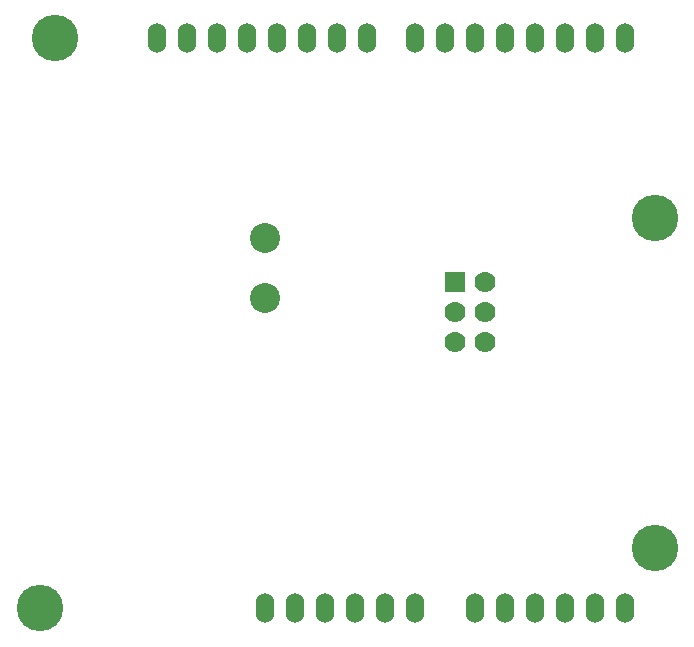
<source format=gbs>
%TF.GenerationSoftware,KiCad,Pcbnew,5.1.9*%
%TF.CreationDate,2021-02-19T12:46:16-05:00*%
%TF.ProjectId,prog_shield,70726f67-5f73-4686-9965-6c642e6b6963,rev?*%
%TF.SameCoordinates,Original*%
%TF.FileFunction,Soldermask,Bot*%
%TF.FilePolarity,Negative*%
%FSLAX46Y46*%
G04 Gerber Fmt 4.6, Leading zero omitted, Abs format (unit mm)*
G04 Created by KiCad (PCBNEW 5.1.9) date 2021-02-19 12:46:16*
%MOMM*%
%LPD*%
G01*
G04 APERTURE LIST*
%ADD10C,2.540000*%
%ADD11O,1.524000X2.540000*%
%ADD12C,3.937000*%
%ADD13R,1.778000X1.778000*%
%ADD14C,1.778000*%
G04 APERTURE END LIST*
D10*
%TO.C,C1*%
X143850000Y-98790000D03*
X143850000Y-103870000D03*
%TD*%
D11*
%TO.C,SHIELD1*%
X174308000Y-130175000D03*
X171768000Y-130175000D03*
X169228000Y-130175000D03*
X161608000Y-130175000D03*
X164148000Y-130175000D03*
X166688000Y-130175000D03*
X156528000Y-130175000D03*
X153988000Y-130175000D03*
X151448000Y-130175000D03*
X146368000Y-130175000D03*
X143828000Y-130175000D03*
X174308000Y-81915000D03*
X171768000Y-81915000D03*
X169228000Y-81915000D03*
X166688000Y-81915000D03*
X164148000Y-81915000D03*
X161608000Y-81915000D03*
X159068000Y-81915000D03*
X156528000Y-81915000D03*
X152464000Y-81915000D03*
X149924000Y-81915000D03*
X147384000Y-81915000D03*
X144844000Y-81915000D03*
X142304000Y-81915000D03*
X139764000Y-81915000D03*
X137224000Y-81915000D03*
X134684000Y-81915000D03*
X148908000Y-130175000D03*
D12*
X176848000Y-125095000D03*
X176848000Y-97155000D03*
X126048000Y-81915000D03*
X124778000Y-130175000D03*
%TD*%
D13*
%TO.C,P1*%
X159893000Y-102552000D03*
D14*
X162433000Y-102552000D03*
X159893000Y-105092000D03*
X162433000Y-105092000D03*
X159893000Y-107632000D03*
X162433000Y-107632000D03*
%TD*%
M02*

</source>
